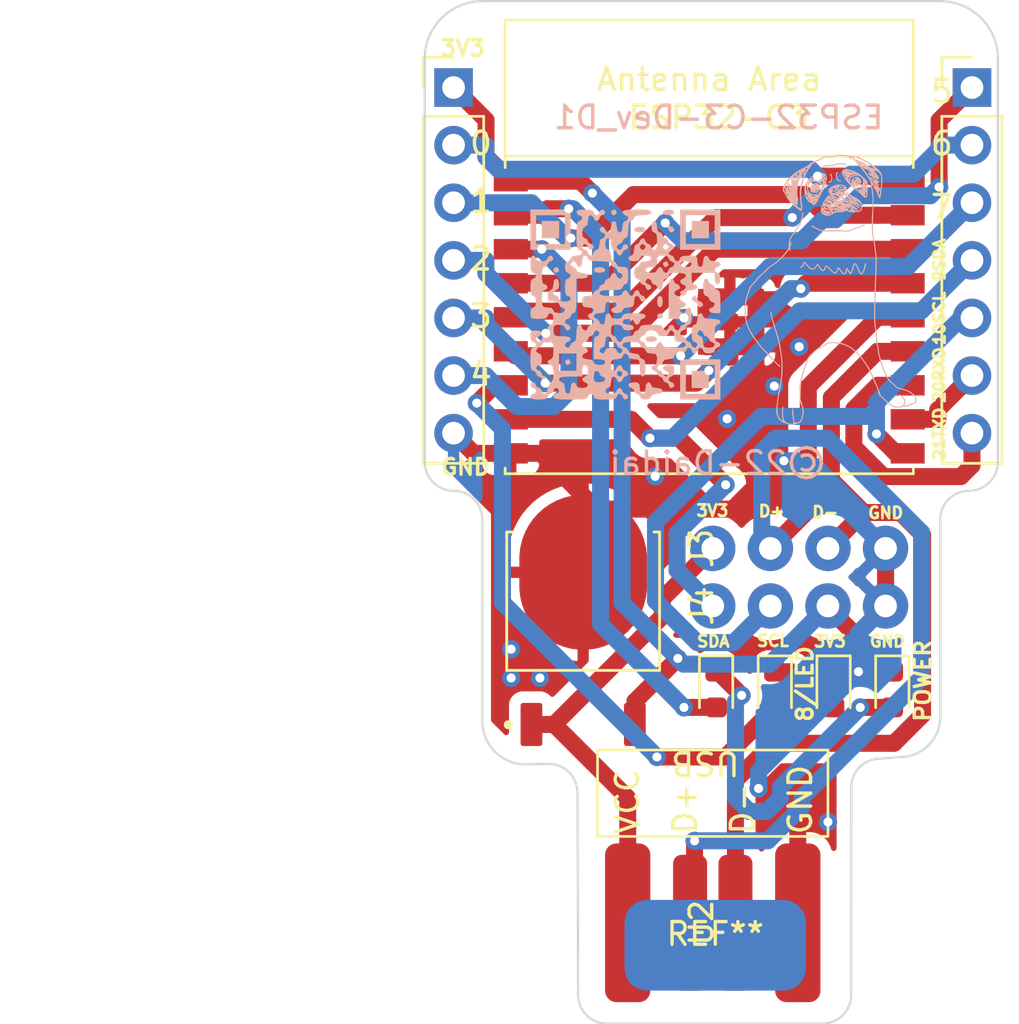
<source format=kicad_pcb>
(kicad_pcb (version 20221018) (generator pcbnew)
  (layers (0 "F.Cu" signal) (31 "B.Cu" signal) (34 "B.Paste" user) (35 "F.Paste" user) (36 "B.SilkS" user "B.Silkscreen") (37 "F.SilkS" user "F.Silkscreen") (38 "B.Mask" user) (39 "F.Mask" user) (44 "Edge.Cuts" user))
  (net 0 "")
  (net 1 "+3.3V")
  (net 2 "Net-(J2-Pin_2)")
  (net 3 "Net-(J2-Pin_3)")
  (net 4 "Net-(J2-Pin_4)")
  (net 5 "Net-(J2-Pin_5)")
  (net 6 "Net-(J2-Pin_6)")
  (net 7 "Net-(D1-A)")
  (net 8 "Net-(D2-A)")
  (net 9 "GND")
  (net 10 "Net-(J3-Pin_1)")
  (net 11 "Net-(J3-Pin_2)")
  (net 12 "Net-(J1-Pin_7)")
  (net 13 "Net-(J1-Pin_6)")
  (net 14 "Net-(J1-Pin_5)")
  (net 15 "Net-(J1-Pin_4)")
  (net 16 "Net-(J1-Pin_3)")
  (net 17 "Net-(J1-Pin_2)")
  (net 18 "Net-(J1-Pin_1)")
  (net 19 "Net-(J3-Pin_3)")
  (net 20 "Net-(U1-EN{slash}CHIP_PU)")
  (net 21 "Net-(U1-GPIO8)")
  (footprint "1_My_CustomFootprints:PCB_USB_Connecter" (layer "F.Cu") (at 145.415 92.71 90)
    (fp_text reference "U2" (at 0 -0.5 90 unlocked) (layer "F.SilkS"))
    (fp_text value "~")
    (fp_text user "USB" (at 7.62 1.27 180 unlocked) (layer "F.SilkS") (effects (justify left bottom)))
    (fp_text user "GND" (at 3.81 4.445 90 unlocked) (layer "F.SilkS") (effects (justify left bottom)))
    (fp_text user "D+" (at 3.81 -0.635 90 unlocked) (layer "F.SilkS") (effects (justify left bottom)))
    (fp_text user "VCC" (at 3.81 -3.175 90 unlocked) (layer "F.SilkS") (effects (justify left bottom)))
    (fp_text user "D-" (at 3.81 1.905 90 unlocked) (layer "F.SilkS") (effects (justify left bottom)))
    (pad "1" smd roundrect (at 0 -3.75 90) (size 7 2) (layers "F.Cu" "F.Paste" "F.Mask") (net 10 "Net-(J3-Pin_1)"))
    (pad "2" smd roundrect (at 0 -1 90) (size 6 1.5) (layers "F.Cu" "F.Paste" "F.Mask") (net 11 "Net-(J3-Pin_2)"))
    (pad "3" smd roundrect (at 0 1 90) (size 6 1.5) (layers "F.Cu" "F.Paste" "F.Mask") (net 19 "Net-(J3-Pin_3)"))
    (pad "4" smd roundrect (at 0 3.75 90) (size 7 2) (layers "F.Cu" "F.Paste" "F.Mask") (net 9 "GND"))
  )
  (footprint "1_My_CustomFootprints:Conn_Pin_1x4" (layer "F.Cu") (at 145.415 78.74 90)
    (fp_text reference "J4" (at 0 -0.5 90 unlocked) (layer "F.SilkS"))
    (fp_text value "Conn_01x04_Pin" hide)
    (pad "1" thru_hole circle (at 0 0 90) (size 2 2) (drill 1) (layers "*.Cu" "*.Mask") (net 15 "Net-(J1-Pin_4)"))
    (pad "2" thru_hole circle (at 0 2.54 90) (size 2 2) (drill 1) (layers "*.Cu" "*.Mask") (net 14 "Net-(J1-Pin_5)"))
    (pad "3" thru_hole circle (at 0 5.08 90) (size 2 2) (drill 1) (layers "*.Cu" "*.Mask") (net 1 "+3.3V"))
    (pad "4" thru_hole circle (at 0 7.62 90) (size 2 2) (drill 1) (layers "*.Cu" "*.Mask") (net 9 "GND"))
  )
  (footprint "Espressif:ESP32-C3-WROOM-02" (layer "F.Cu") (at 145.26 65.91)
    (fp_text reference "U1" hide)
    (fp_text value "ESP32-C3-WROOM-02" hide)
    (fp_text user "Antenna Area" (at 0 -10.4) (layer "F.SilkS"))
    (pad "1" smd rect (at -8.75 -5.9) (size 1.5 0.9) (layers "F.Cu" "F.Paste" "F.Mask") (net 1 "+3.3V"))
    (pad "2" smd rect (at -8.75 -4.4) (size 1.5 0.9) (layers "F.Cu" "F.Paste" "F.Mask") (net 20 "Net-(U1-EN{slash}CHIP_PU)"))
    (pad "3" smd rect (at -8.75 -2.9) (size 1.5 0.9) (layers "F.Cu" "F.Paste" "F.Mask") (net 6 "Net-(J2-Pin_6)"))
    (pad "4" smd rect (at -8.75 -1.4) (size 1.5 0.9) (layers "F.Cu" "F.Paste" "F.Mask") (net 18 "Net-(J1-Pin_1)"))
    (pad "5" smd rect (at -8.75 0.1) (size 1.5 0.9) (layers "F.Cu" "F.Paste" "F.Mask") (net 17 "Net-(J1-Pin_2)"))
    (pad "6" smd rect (at -8.75 1.6) (size 1.5 0.9) (layers "F.Cu" "F.Paste" "F.Mask") (net 16 "Net-(J1-Pin_3)"))
    (pad "7" smd rect (at -8.75 3.1) (size 1.5 0.9) (layers "F.Cu" "F.Paste" "F.Mask") (net 21 "Net-(U1-GPIO8)"))
    (pad "8" smd rect (at -8.75 4.6) (size 1.5 0.9) (layers "F.Cu" "F.Paste" "F.Mask") (net 15 "Net-(J1-Pin_4)"))
    (pad "9" smd rect (at -8.75 6.1) (size 1.5 0.9) (layers "F.Cu" "F.Paste" "F.Mask") (net 9 "GND"))
    (pad "10" smd rect (at 8.75 6.1 180) (size 1.5 0.9) (layers "F.Cu" "F.Paste" "F.Mask") (net 14 "Net-(J1-Pin_5)"))
    (pad "11" smd rect (at 8.75 4.6 180) (size 1.5 0.9) (layers "F.Cu" "F.Paste" "F.Mask") (net 13 "Net-(J1-Pin_6)"))
    (pad "12" smd rect (at 8.75 3.1 180) (size 1.5 0.9) (layers "F.Cu" "F.Paste" "F.Mask") (net 12 "Net-(J1-Pin_7)"))
    (pad "13" smd rect (at 8.75 1.6 180) (size 1.5 0.9) (layers "F.Cu" "F.Paste" "F.Mask") (net 19 "Net-(J3-Pin_3)"))
    (pad "14" smd rect (at 8.75 0.1 180) (size 1.5 0.9) (layers "F.Cu" "F.Paste" "F.Mask") (net 11 "Net-(J3-Pin_2)"))
    (pad "15" smd rect (at 8.75 -1.4 180) (size 1.5 0.9) (layers "F.Cu" "F.Paste" "F.Mask") (net 5 "Net-(J2-Pin_5)"))
    (pad "16" smd rect (at 8.75 -2.9 180) (size 1.5 0.9) (layers "F.Cu" "F.Paste" "F.Mask") (net 4 "Net-(J2-Pin_4)"))
    (pad "17" smd rect (at 8.75 -4.4 180) (size 1.5 0.9) (layers "F.Cu" "F.Paste" "F.Mask") (net 3 "Net-(J2-Pin_3)"))
    (pad "18" smd rect (at 8.75 -5.9 180) (size 1.5 0.9) (layers "F.Cu" "F.Paste" "F.Mask") (net 2 "Net-(J2-Pin_2)"))
    (pad "19" smd rect (at -0.14 -0.8 180) (size 0.7 0.7) (layers "F.Cu" "F.Paste" "F.Mask") (net 9 "GND"))
    (pad "19" smd rect (at -0.14 0.3 180) (size 0.7 0.7) (layers "F.Cu" "F.Paste" "F.Mask") (net 9 "GND"))
    (pad "19" smd rect (at -0.14 1.4 180) (size 0.7 0.7) (layers "F.Cu" "F.Paste" "F.Mask") (net 9 "GND"))
    (pad "19" smd rect (at 0.91 -0.8 180) (size 0.7 0.7) (layers "F.Cu" "F.Paste" "F.Mask") (net 9 "GND"))
    (pad "19" smd rect (at 0.91 0.3 180) (size 0.7 0.7) (layers "F.Cu" "F.Paste" "F.Mask") (net 9 "GND"))
    (pad "19" smd rect (at 0.91 1.4 180) (size 0.7 0.7) (layers "F.Cu" "F.Paste" "F.Mask") (net 9 "GND"))
    (pad "19" smd rect (at 2.06 -0.8 180) (size 0.7 0.7) (layers "F.Cu" "F.Paste" "F.Mask") (net 9 "GND"))
    (pad "19" smd rect (at 2.06 0.3 180) (size 0.7 0.7) (layers "F.Cu" "F.Paste" "F.Mask") (net 9 "GND"))
    (pad "19" smd rect (at 2.06 1.4 180) (size 0.7 0.7) (layers "F.Cu" "F.Paste" "F.Mask") (net 9 "GND"))
    (zone (net 0) (net_name "") (layers "*.Cu") (name "antenna keepout") (connect_pads (clearance 0)) (min_thickness 0.254)
      (keepout (tracks not_allowed) (vias not_allowed) (pads not_allowed) (copperpour not_allowed) (footprints not_allowed))
      (fill (thermal_gap 0.508) (thermal_bridge_width 0.508))
      (polygon (pts (xy 154.26 58.91) (xy 136.26 58.91) (xy 136.26 52.91) (xy 154.26 52.91)))
    )
  )
  (footprint "MyLogos:Apo15x15" (layer "F.Cu") (at 150.495 65.405)
    (fp_text reference "G***" hide)
    (fp_text value "LOGO" hide)
  )
  (footprint "MyLogos:myQR" (layer "F.Cu") (at 141.605 65.405)
    (fp_text reference " " hide)
    (fp_text value "LOGO" hide)
  )
  (footprint "1_My_CustomFootprints:DPAK228P968X238-4N" (layer "F.Cu") (at 139.7 79.375)
    (fp_text reference "U3" hide)
    (fp_text value "NJM2845DL1-33-TE1" hide)
    (pad "1" smd roundrect (at -2.28 4.59 90) (size 1.9 0.96) (layers "F.Cu" "F.Paste" "F.Mask") (roundrect_rratio 0.12) (net 10 "Net-(J3-Pin_1)"))
    (pad "2" smd roundrect (at 0 -2.12 90) (size 6.84 5.63) (layers "F.Cu" "F.Mask") (roundrect_rratio 0.5) (net 9 "GND"))
    (pad "3" smd roundrect (at 2.28 4.59 90) (size 1.9 0.96) (layers "F.Cu" "F.Paste" "F.Mask") (roundrect_rratio 0.12) (net 1 "+3.3V"))
  )
  (footprint "LED_SMD:LED_0603_1608Metric" (layer "F.Cu") (at 150.7425 82.425 -90)
    (fp_text reference "D2" hide)
    (fp_text value "LED")
    (pad "1" smd roundrect (at -0.7875 0 270) (size 0.875 0.95) (layers "F.Cu" "F.Paste" "F.Mask") (net 9 "GND"))
    (pad "2" smd roundrect (at 0.7875 0 270) (size 0.875 0.95) (layers "F.Cu" "F.Paste" "F.Mask") (net 8 "Net-(D2-A)"))
  )
  (footprint "LED_SMD:LED_0603_1608Metric" (layer "F.Cu") (at 153.3325 82.425 -90)
    (fp_text reference "D1" hide)
    (fp_text value "LED")
    (pad "1" smd roundrect (at -0.7875 0 270) (size 0.875 0.95) (layers "F.Cu" "F.Paste" "F.Mask") (net 1 "+3.3V"))
    (pad "2" smd roundrect (at 0.7875 0 270) (size 0.875 0.95) (layers "F.Cu" "F.Paste" "F.Mask") (net 7 "Net-(D1-A)"))
  )
  (footprint "Connector_PinHeader_2.54mm:PinHeader_1x07_P2.54mm_Vertical" (layer "F.Cu") (at 133.985 55.88)
    (fp_text reference "J2" hide)
    (fp_text value "Conn_01x07_Pin")
    (pad "1" thru_hole rect (at 0 0) (size 1.7 1.7) (drill 1) (layers "*.Cu" "*.Mask") (net 1 "+3.3V"))
    (pad "2" thru_hole oval (at 0 2.54) (size 1.7 1.7) (drill 1) (layers "*.Cu" "*.Mask") (net 2 "Net-(J2-Pin_2)"))
    (pad "3" thru_hole oval (at 0 5.08) (size 1.7 1.7) (drill 1) (layers "*.Cu" "*.Mask") (net 3 "Net-(J2-Pin_3)"))
    (pad "4" thru_hole oval (at 0 7.62) (size 1.7 1.7) (drill 1) (layers "*.Cu" "*.Mask") (net 4 "Net-(J2-Pin_4)"))
    (pad "5" thru_hole oval (at 0 10.16) (size 1.7 1.7) (drill 1) (layers "*.Cu" "*.Mask") (net 5 "Net-(J2-Pin_5)"))
    (pad "6" thru_hole oval (at 0 12.7) (size 1.7 1.7) (drill 1) (layers "*.Cu" "*.Mask") (net 6 "Net-(J2-Pin_6)"))
    (pad "7" thru_hole oval (at 0 15.24) (size 1.7 1.7) (drill 1) (layers "*.Cu" "*.Mask") (net 9 "GND"))
  )
  (footprint "1_My_CustomFootprints:BackUp" (layer "F.Cu") (at 145.525 93.7)
    (fp_text reference "REF**" (at 0 -0.5 unlocked) (layer "F.SilkS"))
    (fp_text value "BackUp")
    (pad "1" smd roundrect (at 0 0) (size 8 4) (layers "B.Cu" "B.Paste" "B.Mask"))
  )
  (footprint "Connector_PinHeader_2.54mm:PinHeader_1x07_P2.54mm_Vertical" (layer "F.Cu") (at 156.845 55.88)
    (fp_text reference "J1" hide)
    (fp_text value "Conn_01x07_Pin" hide)
    (pad "1" thru_hole rect (at 0 0) (size 1.7 1.7) (drill 1) (layers "*.Cu" "*.Mask") (net 18 "Net-(J1-Pin_1)"))
    (pad "2" thru_hole oval (at 0 2.54) (size 1.7 1.7) (drill 1) (layers "*.Cu" "*.Mask") (net 17 "Net-(J1-Pin_2)"))
    (pad "3" thru_hole oval (at 0 5.08) (size 1.7 1.7) (drill 1) (layers "*.Cu" "*.Mask") (net 16 "Net-(J1-Pin_3)"))
    (pad "4" thru_hole oval (at 0 7.62) (size 1.7 1.7) (drill 1) (layers "*.Cu" "*.Mask") (net 15 "Net-(J1-Pin_4)"))
    (pad "5" thru_hole oval (at 0 10.16) (size 1.7 1.7) (drill 1) (layers "*.Cu" "*.Mask") (net 14 "Net-(J1-Pin_5)"))
    (pad "6" thru_hole oval (at 0 12.7) (size 1.7 1.7) (drill 1) (layers "*.Cu" "*.Mask") (net 13 "Net-(J1-Pin_6)"))
    (pad "7" thru_hole oval (at 0 15.24) (size 1.7 1.7) (drill 1) (layers "*.Cu" "*.Mask") (net 12 "Net-(J1-Pin_7)"))
  )
  (footprint "1_My_CustomFootprints:1608Metric" (layer "F.Cu") (at 145.5625 82.425 -90)
    (fp_text reference "U6" hide)
    (fp_text value "~")
    (pad "1" smd roundrect (at -0.7875 0 270) (size 0.875 0.95) (layers "F.Cu" "F.Paste" "F.Mask") (net 7 "Net-(D1-A)"))
    (pad "2" smd roundrect (at 0.7875 0 270) (size 0.875 0.95) (layers "F.Cu" "F.Paste" "F.Mask") (net 20 "Net-(U1-EN{slash}CHIP_PU)"))
  )
  (footprint "1_My_CustomFootprints:1608Metric" (layer "F.Cu") (at 148.1525 82.425 -90)
    (fp_text reference "U4" hide)
    (fp_text value "~")
    (pad "1" smd roundrect (at -0.7875 0 270) (size 0.875 0.95) (layers "F.Cu" "F.Paste" "F.Mask") (net 8 "Net-(D2-A)"))
    (pad "2" smd roundrect (at 0.7875 0 270) (size 0.875 0.95) (layers "F.Cu" "F.Paste" "F.Mask") (net 21 "Net-(U1-GPIO8)"))
  )
  (footprint "1_My_CustomFootprints:Conn_Pin_1x4" (layer "F.Cu") (at 145.415 76.2 90)
    (fp_text reference "J3" (at 0 -0.5 90 unlocked) (layer "F.SilkS"))
    (fp_text value "Conn_01x04_Pin" hide)
    (pad "1" thru_hole circle (at 0 0 90) (size 2 2) (drill 1) (layers "*.Cu" "*.Mask") (net 10 "Net-(J3-Pin_1)"))
    (pad "2" thru_hole circle (at 0 2.54 90) (size 2 2) (drill 1) (layers "*.Cu" "*.Mask") (net 11 "Net-(J3-Pin_2)"))
    (pad "3" thru_hole circle (at 0 5.08 90) (size 2 2) (drill 1) (layers "*.Cu" "*.Mask") (net 19 "Net-(J3-Pin_3)"))
    (pad "4" thru_hole circle (at 0 7.62 90) (size 2 2) (drill 1) (layers "*.Cu" "*.Mask") (net 9 "GND"))
  )
  (gr_arc (start 157.988 72.39) (mid 157.616026 73.288026) (end 156.718 73.66) (stroke (width 0.1)) (layer "Edge.Cuts"))
  (gr_line (start 132.715 72.39) (end 132.715 54.61) (stroke (width 0.1)) (layer "Edge.Cuts"))
  (gr_line (start 150.25 97.155) (end 140.75 97.155) (stroke (width 0.1)) (layer "Edge.Cuts"))
  (gr_arc (start 151.525001 86.73) (mid 151.889344 85.84288) (end 152.775 85.474991) (stroke (width 0.1)) (layer "Edge.Cuts"))
  (gr_line (start 155.448 74.93) (end 155.448 83.625) (stroke (width 0.1)) (layer "Edge.Cuts"))
  (gr_arc (start 155.448 83.625) (mid 154.927236 84.882236) (end 153.67 85.403) (stroke (width 0.1)) (layer "Edge.Cuts"))
  (gr_line (start 157.988 54.61) (end 157.988 72.39) (stroke (width 0.1)) (layer "Edge.Cuts"))
  (gr_line (start 135.255 52.07) (end 155.448 52.07) (stroke (width 0.1)) (layer "Edge.Cuts"))
  (gr_line (start 151.525001 86.73) (end 151.52 95.885) (stroke (width 0.1)) (layer "Edge.Cuts"))
  (gr_arc (start 155.448 74.93) (mid 155.819974 74.031974) (end 156.718 73.66) (stroke (width 0.1)) (layer "Edge.Cuts"))
  (gr_arc (start 138.175 85.699755) (mid 139.08553 86.082148) (end 139.45 87) (stroke (width 0.1)) (layer "Edge.Cuts"))
  (gr_line (start 138.175 85.699755) (end 137.16 85.725) (stroke (width 0.1)) (layer "Edge.Cuts"))
  (gr_line (start 139.48 95.885) (end 139.45 87) (stroke (width 0.1)) (layer "Edge.Cuts"))
  (gr_line (start 135.255 74.93) (end 135.255 83.82) (stroke (width 0.1)) (layer "Edge.Cuts"))
  (gr_arc (start 137.16 85.725) (mid 135.812962 85.167038) (end 135.255 83.82) (stroke (width 0.1)) (layer "Edge.Cuts"))
  (gr_arc (start 132.715 54.61) (mid 133.458949 52.813949) (end 135.255 52.07) (stroke (width 0.1)) (layer "Edge.Cuts"))
  (gr_arc (start 155.448 52.07) (mid 157.244051 52.813949) (end 157.988 54.61) (stroke (width 0.1)) (layer "Edge.Cuts"))
  (gr_arc (start 140.75 97.155) (mid 139.851974 96.783026) (end 139.48 95.885) (stroke (width 0.1)) (layer "Edge.Cuts"))
  (gr_arc (start 133.985 73.66) (mid 134.883026 74.031974) (end 135.255 74.93) (stroke (width 0.1)) (layer "Edge.Cuts"))
  (gr_arc (start 133.985 73.66) (mid 133.086974 73.288026) (end 132.715 72.39) (stroke (width 0.1)) (layer "Edge.Cuts"))
  (gr_line (start 153.67 85.403) (end 152.775 85.474991) (stroke (width 0.1)) (layer "Edge.Cuts"))
  (gr_arc (start 151.52 95.885) (mid 151.148026 96.783026) (end 150.25 97.155) (stroke (width 0.1)) (layer "Edge.Cuts"))
  (gr_text "©22-Daidai" (at 150.495 73.025) (layer "B.SilkS") (effects (font (size 1 1)) (justify left bottom mirror)))
  (gr_text "ESP32-C3-Dev_D1\n" (at 153.035 57.785) (layer "B.SilkS") (effects (font (size 1 1)) (justify left bottom mirror)))
  (gr_text "9SDA" (at 155.702 64.516 90) (layer "F.SilkS") (effects (font (size 0.5 0.5) (thickness 0.125)) (justify left bottom)))
  (gr_text "ESP32-C3" (at 141.605 57.785) (layer "F.SilkS") (effects (font (size 1 1)) (justify left bottom)))
  (gr_text "D-" (at 149.733 74.9046) (layer "F.SilkS") (effects (font (size 0.5 0.5) (thickness 0.125)) (justify left bottom)))
  (gr_text "3" (at 134.62 66.548) (layer "F.SilkS") (effects (font (size 1 1)) (justify left bottom)))
  (gr_text "3V3" (at 144.6276 74.8284) (layer "F.SilkS") (effects (font (size 0.5 0.5) (thickness 0.125)) (justify left bottom)))
  (gr_text "10SCL" (at 155.702 67.31 90) (layer "F.SilkS") (effects (font (size 0.5 0.5) (thickness 0.125)) (justify left bottom)))
  (gr_text "20RXD" (at 155.702 69.85 90) (layer "F.SilkS") (effects (font (size 0.5 0.5) (thickness 0.125)) (justify left bottom)))
  (gr_text "GND" (at 152.1968 74.93) (layer "F.SilkS") (effects (font (size 0.5 0.5) (thickness 0.125)) (justify left bottom)))
  (gr_text "GND" (at 133.35 73.025) (layer "F.SilkS") (effects (font (size 0.7 0.7)) (justify left bottom)))
  (gr_text "5" (at 154.94 56.642) (layer "F.SilkS") (effects (font (size 1 1)) (justify left bottom)))
  (gr_text "SCL" (at 147.2946 80.5688) (layer "F.SilkS") (effects (font (size 0.5 0.5) (thickness 0.125)) (justify left bottom)))
  (gr_text "2" (at 134.62 64.008) (layer "F.SilkS") (effects (font (size 1 1)) (justify left bottom)))
  (gr_text "4" (at 134.62 69.088) (layer "F.SilkS") (effects (font (size 1 1)) (justify left bottom)))
  (gr_text "SDA" (at 144.653 80.5942) (layer "F.SilkS") (effects (font (size 0.5 0.5) (thickness 0.125)) (justify left bottom)))
  (gr_text "7" (at 154.94 61.722) (layer "F.SilkS") (effects (font (size 1 1)) (justify left bottom)))
  (gr_text "6" (at 154.94 58.928) (layer "F.SilkS") (effects (font (size 1 1)) (justify left bottom)))
  (gr_text "3V3" (at 133.32 54.55) (layer "F.SilkS") (effects (font (size 0.7 0.7)) (justify left bottom)))
  (gr_text "GND" (at 152.273 80.5942) (layer "F.SilkS") (effects (font (size 0.5 0.5) (thickness 0.125)) (justify left bottom)))
  (gr_text "21TXD" (at 155.702 72.39 90) (layer "F.SilkS") (effects (font (size 0.5 0.5) (thickness 0.125)) (justify left bottom)))
  (gr_text "1\n" (at 134.62 61.468) (layer "F.SilkS") (effects (font (size 1 1)) (justify left bottom)))
  (gr_text "3V3" (at 149.8092 80.5942) (layer "F.SilkS") (effects (font (size 0.5 0.5) (thickness 0.125)) (justify left bottom)))
  (gr_text "0" (at 134.62 58.928) (layer "F.SilkS") (effects (font (size 1 1)) (justify left bottom)))
  (gr_text "8/LED" (at 149.8854 83.9216 90) (layer "F.SilkS") (effects (font (size 0.7 0.7)) (justify left bottom)))
  (gr_text "D+" (at 147.3708 74.8538) (layer "F.SilkS") (effects (font (size 0.5 0.5) (thickness 0.125)) (justify left bottom)))
  (gr_text "POWER" (at 155.0924 83.9216 90) (layer "F.SilkS") (effects (font (size 0.7 0.7)) (justify left bottom)))
  (segment (start 137.8351 60.01) (end 139.5792 60.01) (width 0.75) (layer "F.Cu") (net 1))
  (segment (start 133.985 55.88) (end 135.4164 57.3114) (width 0.75) (layer "F.Cu") (net 1))
  (segment (start 141.98 83.965) (end 141.98 82.949) (width 0.75) (layer "F.Cu") (net 1))
  (segment (start 139.5792 60.01) (end 140.1061 60.5369) (width 0.75) (layer "F.Cu") (net 1))
  (segment (start 153.3325 81.6375) (end 150.495 78.8) (width 0.75) (layer "F.Cu") (net 1))
  (segment (start 136.51 60.01) (end 137.8351 60.01) (width 0.75) (layer "F.Cu") (net 1))
  (segment (start 150.495 78.8) (end 150.495 78.74) (width 0.75) (layer "F.Cu") (net 1))
  (segment (start 135.4164 58.9164) (end 136.51 60.01) (width 0.75) (layer "F.Cu") (net 1))
  (segment (start 141.98 82.949) (end 143.8763 81.0527) (width 0.75) (layer "F.Cu") (net 1))
  (segment (start 135.4164 57.3114) (end 135.4164 58.9164) (width 0.75) (layer "F.Cu") (net 1))
  (via (at 140.1061 60.5369) (size 0.8) (drill 0.4) (layers "F.Cu" "B.Cu") (net 1))
  (via (at 143.8763 81.0527) (size 0.8) (drill 0.4) (layers "F.Cu" "B.Cu") (net 1))
  (segment (start 140.1061 60.5369) (end 141.4178 61.8486) (width 0.75) (layer "B.Cu") (net 1))
  (segment (start 144.1274 81.3038) (end 143.8763 81.0527) (width 0.75) (layer "B.Cu") (net 1))
  (segment (start 141.4178 61.8486) (end 141.4178 78.5942) (width 0.75) (layer "B.Cu") (net 1))
  (segment (start 150.495 78.74) (end 147.9312 81.3038) (width 0.75) (layer "B.Cu") (net 1))
  (segment (start 147.9312 81.3038) (end 144.1274 81.3038) (width 0.75) (layer "B.Cu") (net 1))
  (segment (start 141.4178 78.5942) (end 143.8763 81.0527) (width 0.75) (layer "B.Cu") (net 1))
  (segment (start 152.6849 60.01) (end 152.4606 59.7857) (width 0.75) (layer "F.Cu") (net 2))
  (segment (start 154.01 60.01) (end 152.6849 60.01) (width 0.75) (layer "F.Cu") (net 2))
  (segment (start 152.4606 59.7857) (end 150.0354 59.7857) (width 0.75) (layer "F.Cu") (net 2))
  (via (at 150.0354 59.7857) (size 0.8) (drill 0.4) (layers "F.Cu" "B.Cu") (net 2))
  (segment (start 149.7349 59.4852) (end 150.0354 59.7857) (width 0.75) (layer "B.Cu") (net 2))
  (segment (start 135.4101 58.42) (end 135.4101 58.9492) (width 0.75) (layer "B.Cu") (net 2))
  (segment (start 135.4101 58.9492) (end 135.9461 59.4852) (width 0.75) (layer "B.Cu") (net 2))
  (segment (start 135.9461 59.4852) (end 149.7349 59.4852) (width 0.75) (layer "B.Cu") (net 2))
  (segment (start 133.985 58.42) (end 135.4101 58.42) (width 0.75) (layer "B.Cu") (net 2))
  (segment (start 150.3808 61.51) (end 149.4702 60.5994) (width 0.75) (layer "F.Cu") (net 3))
  (segment (start 149.4702 60.5994) (end 141.9199 60.5994) (width 0.75) (layer "F.Cu") (net 3))
  (segment (start 152.6849 61.51) (end 150.3808 61.51) (width 0.75) (layer "F.Cu") (net 3))
  (segment (start 154.01 61.51) (end 152.6849 61.51) (width 0.75) (layer "F.Cu") (net 3))
  (segment (start 139.9978 62.5215) (end 139.1581 62.5215) (width 0.75) (layer "F.Cu") (net 3))
  (segment (start 141.9199 60.5994) (end 139.9978 62.5215) (width 0.75) (layer "F.Cu") (net 3))
  (via (at 139.1581 62.5215) (size 0.8) (drill 0.4) (layers "F.Cu" "B.Cu") (net 3))
  (segment (start 137.4192 60.96) (end 138.9807 62.5215) (width 0.75) (layer "B.Cu") (net 3))
  (segment (start 138.9807 62.5215) (end 139.1581 62.5215) (width 0.75) (layer "B.Cu") (net 3))
  (segment (start 133.985 60.96) (end 137.4192 60.96) (width 0.75) (layer "B.Cu") (net 3))
  (segment (start 141.7916 66.7151) (end 138.0511 66.7151) (width 0.75) (layer "F.Cu") (net 4))
  (segment (start 152.6849 63.01) (end 145.4967 63.01) (width 0.75) (layer "F.Cu") (net 4))
  (segment (start 145.4967 63.01) (end 141.7916 66.7151) (width 0.75) (layer "F.Cu") (net 4))
  (segment (start 154.01 63.01) (end 152.6849 63.01) (width 0.75) (layer "F.Cu") (net 4))
  (via (at 138.0511 66.7151) (size 0.8) (drill 0.4) (layers "F.Cu" "B.Cu") (net 4))
  (segment (start 135.4101 63.5) (end 135.4101 64.0741) (width 0.75) (layer "B.Cu") (net 4))
  (segment (start 135.4101 64.0741) (end 138.0511 66.7151) (width 0.75) (layer "B.Cu") (net 4))
  (segment (start 133.985 63.5) (end 135.4101 63.5) (width 0.75) (layer "B.Cu") (net 4))
  (segment (start 149.5371 64.51) (end 149.2982 64.7489) (width 0.75) (layer "F.Cu") (net 5))
  (segment (start 144.6864 68.9138) (end 145.2444 68.3558) (width 0.75) (layer "F.Cu") (net 5))
  (segment (start 138.0246 68.9138) (end 144.6864 68.9138) (width 0.75) (layer "F.Cu") (net 5))
  (segment (start 154.01 64.51) (end 149.5371 64.51) (width 0.75) (layer "F.Cu") (net 5))
  (via (at 149.2982 64.7489) (size 0.8) (drill 0.4) (layers "F.Cu" "B.Cu") (net 5))
  (via (at 145.2444 68.3558) (size 0.8) (drill 0.4) (layers "F.Cu" "B.Cu") (net 5))
  (via (at 138.0246 68.9138) (size 0.8) (drill 0.4) (layers "F.Cu" "B.Cu") (net 5))
  (segment (start 133.985 66.04) (end 135.4101 66.04) (width 0.75) (layer "B.Cu") (net 5))
  (segment (start 135.4101 66.2993) (end 135.4101 66.04) (width 0.75) (layer "B.Cu") (net 5))
  (segment (start 149.2982 64.7489) (end 148.8513 64.7489) (width 0.75) (layer "B.Cu") (net 5))
  (segment (start 138.0246 68.9138) (end 135.4101 66.2993) (width 0.75) (layer "B.Cu") (net 5))
  (segment (start 148.8513 64.7489) (end 145.2444 68.3558) (width 0.75) (layer "B.Cu") (net 5))
  (segment (start 136.51 63.01) (end 137.8351 63.01) (width 0.75) (layer "F.Cu") (net 6))
  (segment (start 137.8351 63.01) (end 137.874 63.01) (width 0.75) (layer "F.Cu") (net 6))
  (via (at 137.874 63.01) (size 0.8) (drill 0.4) (layers "F.Cu" "B.Cu") (net 6))
  (segment (start 137.874 63.01) (end 139.0726 64.2086) (width 0.75) (layer "B.Cu") (net 6))
  (segment (start 138.417 69.9461) (end 136.7762 69.9461) (width 0.75) (layer "B.Cu") (net 6))
  (segment (start 139.0726 69.2905) (end 138.417 69.9461) (width 0.75) (layer "B.Cu") (net 6))
  (segment (start 139.0726 64.2086) (end 139.0726 69.2905) (width 0.75) (layer "B.Cu") (net 6))
  (segment (start 136.7762 69.9461) (end 135.4101 68.58) (width 0.75) (layer "B.Cu") (net 6))
  (segment (start 133.985 68.58) (end 135.4101 68.58) (width 0.75) (layer "B.Cu") (net 6))
  (segment (start 145.6435 81.6375) (end 145.5625 81.6375) (width 0.75) (layer "F.Cu") (net 7))
  (segment (start 153.3325 83.2125) (end 151.9163 83.2125) (width 0.75) (layer "F.Cu") (net 7))
  (segment (start 146.6864 82.6804) (end 145.6435 81.6375) (width 0.75) (layer "F.Cu") (net 7))
  (via (at 151.9163 83.2125) (size 0.8) (drill 0.4) (layers "F.Cu" "B.Cu") (net 7))
  (via (at 146.6864 82.6804) (size 0.8) (drill 0.4) (layers "F.Cu" "B.Cu") (net 7))
  (segment (start 147.0276 87.8026) (end 147.7955 87.8026) (width 0.75) (layer "B.Cu") (net 7))
  (segment (start 148.4085 87.1896) (end 148.4085 86.7203) (width 0.75) (layer "B.Cu") (net 7))
  (segment (start 146.4163 87.1913) (end 147.0276 87.8026) (width 0.75) (layer "B.Cu") (net 7))
  (segment (start 148.4085 86.7203) (end 151.9163 83.2125) (width 0.75) (layer "B.Cu") (net 7))
  (segment (start 146.4163 82.9505) (end 146.4163 87.1913) (width 0.75) (layer "B.Cu") (net 7))
  (segment (start 146.6864 82.6804) (end 146.4163 82.9505) (width 0.75) (layer "B.Cu") (net 7))
  (segment (start 147.7955 87.8026) (end 148.4085 87.1896) (width 0.75) (layer "B.Cu") (net 7))
  (segment (start 148.8781 81.6375) (end 148.1525 81.6375) (width 0.75) (layer "F.Cu") (net 8))
  (segment (start 150.7425 83.2125) (end 150.4531 83.2125) (width 0.75) (layer "F.Cu") (net 8))
  (segment (start 150.4531 83.2125) (end 148.8781 81.6375) (width 0.75) (layer "F.Cu") (net 8))
  (segment (start 147.32 67.31) (end 147.32 66.21) (width 0.75) (layer "F.Cu") (net 9))
  (segment (start 148.3344 69.2495) (end 148.3344 72.3364) (width 0.75) (layer "F.Cu") (net 9))
  (segment (start 150.7425 81.6375) (end 151.8402 81.6375) (width 0.75) (layer "F.Cu") (net 9))
  (segment (start 140.3308 74.4692) (end 146.2925 74.4692) (width 0.75) (layer "F.Cu") (net 9))
  (segment (start 145.12 65.5725) (end 145.12 66.0351) (width 0.75) (layer "F.Cu") (net 9))
  (segment (start 146.17 67.7725) (end 146.0451 67.6476) (width 0.75) (layer "F.Cu") (net 9))
  (segment (start 146.0451 67.6476) (end 146.0451 67.31) (width 0.75) (layer "F.Cu") (net 9))
  (segment (start 149.165 88.5173) (end 149.165 92.71) (width 0.75) (layer "F.Cu") (net 9))
  (segment (start 147.4334 86.7857) (end 149.165 88.5173) (width 0.75) (layer "F.Cu") (net 9))
  (segment (start 145.12 65.5725) (end 145.2449 65.4476) (width 0.75) (layer "F.Cu") (net 9))
  (segment (start 145.12 65.11) (end 145.12 65.5725) (width 0.75) (layer "F.Cu") (net 9))
  (segment (start 146.2925 74.4692) (end 148.3344 72.4273) (width 0.75) (layer "F.Cu") (net 9))
  (segment (start 153.035 78.74) (end 153.035 76.2) (width 0.75) (layer "F.Cu") (net 9))
  (segment (start 139.7 77.255) (end 139.7 75.1) (width 0.75) (layer "F.Cu") (net 9))
  (segment (start 147.32 68.2351) (end 148.12745 69.04255) (width 0.75) (layer "F.Cu") (net 9))
  (segment (start 148.3344 72.4273) (end 148.3344 72.3364) (width 0.75) (layer "F.Cu") (net 9))
  (segment (start 147.32 66.21) (end 147.32 65.11) (width 0.75) (layer "F.Cu") (net 9))
  (segment (start 136.51 72.01) (end 134.875 72.01) (width 0.75) (layer "F.Cu") (net 9))
  (segment (start 136.51 72.01) (end 137.8351 72.01) (width 0.75) (layer "F.Cu") (net 9))
  (segment (start 139.7 75.1) (end 140.3126 74.4874) (width 0.75) (layer "F.Cu") (net 9))
  (segment (start 148.3344 72.3364) (end 148.5522 72.3364) (width 0.75) (layer "F.Cu") (net 9))
  (segment (start 147.32 67.31) (end 147.0951 67.31) (width 0.75) (layer "F.Cu") (net 9))
  (segment (start 146.17 67.31) (end 146.17 67.7725) (width 0.75) (layer "F.Cu") (net 9))
  (segment (start 147.32 67.31) (end 147.32 68.2351) (width 0.75) (layer "F.Cu") (net 9))
  (segment (start 145.12 66.21) (end 145.2449 66.21) (width 0.75) (layer "F.Cu") (net 9))
  (segment (start 140.3126 74.4874) (end 140.3308 74.4692) (width 0.75) (layer "F.Cu") (net 9))
  (segment (start 146.17 65.11) (end 147.0951 65.11) (width 0.75) (layer "F.Cu") (net 9))
  (segment (start 147.32 65.11) (end 147.0951 65.11) (width 0.75) (layer "F.Cu") (net 9))
  (segment (start 148.12745 69.04255) (end 148.3344 69.2495) (width 0.75) (layer "F.Cu") (net 9))
  (segment (start 145.2449 65.4476) (end 145.2449 65.11) (width 0.75) (layer "F.Cu") (net 9))
  (segment (start 137.8351 72.01) (end 140.3126 74.4874) (width 0.75) (layer "F.Cu") (net 9))
  (segment (start 134.875 72.01) (end 133.985 71.12) (width 0.75) (layer "F.Cu") (net 9))
  (segment (start 145.12 66.21) (end 145.12 66.0351) (width 0.75) (layer "F.Cu") (net 9))
  (segment (start 145.12 67.31) (end 146.0451 67.31) (width 0.75) (layer "F.Cu") (net 9))
  (segment (start 146.17 65.11) (end 145.2449 65.11) (width 0.75) (layer "F.Cu") (net 9))
  (segment (start 146.17 66.21) (end 145.2449 66.21) (width 0.75) (layer "F.Cu") (net 9))
  (segment (start 146.17 67.31) (end 147.0951 67.31) (width 0.75) (layer "F.Cu") (net 9))
  (via (at 136.525 80.645) (size 0.8) (drill 0.4) (layers "F.Cu" "B.Cu") (net 9))
  (via (at 144.145 66.04) (size 0.8) (drill 0.4) (layers "F.Cu" "B.Cu") (net 9))
  (via (at 137.795 81.915) (size 0.8) (drill 0.4) (layers "F.Cu" "B.Cu") (net 9))
  (via (at 148.12745 69.04255) (size 0.8) (drill 0.4) (layers "F.Cu" "B.Cu") (net 9))
  (via (at 136.525 81.915) (size 0.8) (drill 0.4) (layers "F.Cu" "B.Cu") (net 9))
  (via (at 146.05 70.485) (size 0.8) (drill 0.4) (layers "F.Cu" "B.Cu") (net 9))
  (via (at 149.225 67.31) (size 0.8) (drill 0.4) (layers "F.Cu" "B.Cu") (net 9))
  (via (at 148.5522 72.3364) (size 0.8) (drill 0.4) (layers "F.Cu" "B.Cu") (net 9))
  (via (at 142.875 73.025) (size 0.8) (drill 0.4) (layers "F.Cu" "B.Cu") (net 9))
  (via (at 151.8402 81.6375) (size 0.8) (drill 0.4) (layers "F.Cu" "B.Cu") (net 9))
  (via (at 147.4334 86.7857) (size 0.8) (drill 0.4) (layers "F.Cu" "B.Cu") (net 9))
  (via (at 150.495 88.265) (size 0.8) (drill 0.4) (layers "F.Cu" "B.Cu") (net 9))
  (segment (start 151.8402 81.6375) (end 151.8402 79.9348) (width 0.75) (layer "B.Cu") (net 9))
  (segment (start 151.8402 81.6375) (end 147.4334 86.0443) (width 0.75) (layer "B.Cu") (net 9))
  (segment (start 151.8402 79.9348) (end 153.035 78.74) (width 0.75) (layer "B.Cu") (net 9))
  (segment (start 149.1714 72.3364) (end 148.5522 72.3364) (width 0.75) (layer "B.Cu") (net 9))
  (segment (start 147.4334 86.0443) (end 147.4334 86.7857) (width 0.75) (layer "B.Cu") (net 9))
  (segment (start 153.035 76.2) (end 149.1714 72.3364) (width 0.75) (layer "B.Cu") (net 9))
  (segment (start 137.42 83.965) (end 138.4246 83.965) (width 0.75) (layer "F.Cu") (net 10))
  (segment (start 141.665 87.2054) (end 141.665 92.71) (width 0.75) (layer "F.Cu") (net 10))
  (segment (start 138.4246 83.965) (end 141.665 87.2054) (width 0.75) (layer "F.Cu") (net 10))
  (segment (start 143.1887 79.2009) (end 143.1887 78.4263) (width 0.75) (layer "F.Cu") (net 10))
  (segment (start 138.4246 83.965) (end 143.1887 79.2009) (width 0.75) (layer "F.Cu") (net 10))
  (segment (start 143.1887 78.4263) (end 145.415 76.2) (width 0.75) (layer "F.Cu") (net 10))
  (segment (start 147.955 76.2) (end 149.627 74.528) (width 0.75) (layer "F.Cu") (net 11))
  (segment (start 154.01 66.01) (end 152.6849 66.01) (width 0.75) (layer "F.Cu") (net 11))
  (segment (start 149.627 74.528) (end 149.627 69.0679) (width 0.75) (layer "F.Cu") (net 11))
  (segment (start 149.627 69.0679) (end 152.6849 66.01) (width 0.75) (layer "F.Cu") (net 11))
  (segment (start 144.6114 92.5136) (end 144.6114 89.0947) (width 0.75) (layer "F.Cu") (net 11))
  (segment (start 144.415 92.71) (end 144.6114 92.5136) (width 0.75) (layer "F.Cu") (net 11))
  (via (at 144.6114 89.0947) (size 0.8) (drill 0.4) (layers "F.Cu" "B.Cu") (net 11))
  (segment (start 147.577 75.822) (end 147.955 76.2) (width 0.75) (layer "B.Cu") (net 11))
  (segment (start 148.1642 71.3418) (end 147.577 71.929) (width 0.75) (layer "B.Cu") (net 11))
  (segment (start 149.3586 87.5831) (end 149.3586 87.1683) (width 0.75) (layer "B.Cu") (net 11))
  (segment (start 147.8471 89.0946) (end 149.3586 87.5831) (width 0.75) (layer "B.Cu") (net 11))
  (segment (start 149.3586 87.1683) (end 154.6217 81.9052) (width 0.75) (layer "B.Cu") (net 11))
  (segment (start 144.6114 89.0947) (end 144.6114 89.0946) (width 0.75) (layer "B.Cu") (net 11))
  (segment (start 150.4678 71.3418) (end 148.1642 71.3418) (width 0.75) (layer "B.Cu") (net 11))
  (segment (start 147.577 71.929) (end 147.577 75.822) (width 0.75) (layer "B.Cu") (net 11))
  (segment (start 154.6217 81.9052) (end 154.6217 75.4957) (width 0.75) (layer "B.Cu") (net 11))
  (segment (start 144.6114 89.0946) (end 147.8471 89.0946) (width 0.75) (layer "B.Cu") (net 11))
  (segment (start 154.6217 75.4957) (end 150.4678 71.3418) (width 0.75) (layer "B.Cu") (net 11))
  (segment (start 156.845 71.12) (end 156.845 72.5451) (width 0.75) (layer "F.Cu") (net 12))
  (segment (start 151.6374 71.7246) (end 152.948 73.0352) (width 0.75) (layer "F.Cu") (net 12))
  (segment (start 152.6849 69.01) (end 151.6374 70.0575) (width 0.75) (layer "F.Cu") (net 12))
  (segment (start 151.6374 70.0575) (end 151.6374 71.7246) (width 0.75) (layer "F.Cu") (net 12))
  (segment (start 152.948 73.0352) (end 156.3549 73.0352) (width 0.75) (layer "F.Cu") (net 12))
  (segment (start 156.3549 73.0352) (end 156.845 72.5451) (width 0.75) (layer "F.Cu") (net 12))
  (segment (start 154.01 69.01) (end 152.6849 69.01) (width 0.75) (layer "F.Cu") (net 12))
  (segment (start 155.3351 70.0899) (end 156.845 68.58) (width 0.75) (layer "F.Cu") (net 13))
  (segment (start 154.01 70.51) (end 155.3351 70.51) (width 0.75) (layer "F.Cu") (net 13))
  (segment (start 155.3351 70.51) (end 155.3351 70.0899) (width 0.75) (layer "F.Cu") (net 13))
  (segment (start 152.6362 71.153) (end 153.4932 72.01) (width 0.75) (layer "F.Cu") (net 14))
  (segment (start 153.4932 72.01) (end 154.01 72.01) (width 0.75) (layer "F.Cu") (net 14))
  (via (at 152.6362 71.153) (size 0.8) (drill 0.4) (layers "F.Cu" "B.Cu") (net 14))
  (segment (start 156.845 66.04) (end 156.3702 66.04) (width 0.75) (layer "B.Cu") (net 14))
  (segment (start 147.5566 70.3805) (end 142.8897 75.0474) (width 0.75) (layer "B.Cu") (net 14))
  (segment (start 142.8897 78.5135) (end 144.7298 80.3536) (width 0.75) (layer "B.Cu") (net 14))
  (segment (start 142.8897 75.0474) (end 142.8897 78.5135) (width 0.75) (layer "B.Cu") (net 14))
  (segment (start 152.6362 70.3805) (end 152.6362 71.153) (width 0.75) (layer "B.Cu") (net 14))
  (segment (start 152.6362 70.3805) (end 147.5566 70.3805) (width 0.75) (layer "B.Cu") (net 14))
  (segment (start 144.7298 80.3536) (end 146.3414 80.3536) (width 0.75) (layer "B.Cu") (net 14))
  (segment (start 146.3414 80.3536) (end 147.955 78.74) (width 0.75) (layer "B.Cu") (net 14))
  (segment (start 152.6362 69.774) (end 152.6362 70.3805) (width 0.75) (layer "B.Cu") (net 14))
  (segment (start 156.3702 66.04) (end 152.6362 69.774) (width 0.75) (layer "B.Cu") (net 14))
  (segment (start 142.6443 71.3414) (end 143.9282 71.3414) (width 0.75) (layer "F.Cu") (net 15))
  (segment (start 136.51 70.51) (end 141.8129 70.51) (width 0.75) (layer "F.Cu") (net 15))
  (segment (start 143.9282 71.3414) (end 145.9827 73.3959) (width 0.75) (layer "F.Cu") (net 15))
  (segment (start 141.8129 70.51) (end 142.6443 71.3414) (width 0.75) (layer "F.Cu") (net 15))
  (via (at 142.6443 71.3414) (size 0.8) (drill 0.4) (layers "F.Cu" "B.Cu") (net 15))
  (via (at 145.9827 73.3959) (size 0.8) (drill 0.4) (layers "F.Cu" "B.Cu") (net 15))
  (segment (start 143.638 71.3414) (end 142.6443 71.3414) (width 0.75) (layer "B.Cu") (net 15))
  (segment (start 145.415 78.74) (end 143.8398 77.1648) (width 0.75) (layer "B.Cu") (net 15))
  (segment (start 156.845 63.5) (end 154.6209 65.7241) (width 0.75) (layer "B.Cu") (net 15))
  (segment (start 143.8398 77.1648) (end 143.8398 75.5388) (width 0.75) (layer "B.Cu") (net 15))
  (segment (start 154.6209 65.7241) (end 149.2553 65.7241) (width 0.75) (layer "B.Cu") (net 15))
  (segment (start 143.8398 75.5388) (end 145.9827 73.3959) (width 0.75) (layer "B.Cu") (net 15))
  (segment (start 149.2553 65.7241) (end 143.638 71.3414) (width 0.75) (layer "B.Cu") (net 15))
  (segment (start 136.7094 67.7094) (end 143.9985 67.7094) (width 0.75) (layer "F.Cu") (net 16))
  (segment (start 136.51 67.51) (end 136.7094 67.7094) (width 0.75) (layer "F.Cu") (net 16))
  (via (at 143.9985 67.7094) (size 0.8) (drill 0.4) (layers "F.Cu" "B.Cu") (net 16))
  (segment (start 147.9341 63.7738) (end 143.9985 67.7094) (width 0.75) (layer "B.Cu") (net 16))
  (segment (start 156.845 60.96) (end 154.0312 63.7738) (width 0.75) (layer "B.Cu") (net 16))
  (segment (start 154.0312 63.7738) (end 147.9341 63.7738) (width 0.75) (layer "B.Cu") (net 16))
  (segment (start 145.5483 61.6147) (end 141.423 65.74) (width 0.75) (layer "F.Cu") (net 17))
  (segment (start 136.78 65.74) (end 136.51 66.01) (width 0.75) (layer "F.Cu") (net 17))
  (segment (start 148.9203 61.6147) (end 145.5483 61.6147) (width 0.75) (layer "F.Cu") (net 17))
  (segment (start 141.423 65.74) (end 136.78 65.74) (width 0.75) (layer "F.Cu") (net 17))
  (via (at 148.9203 61.6147) (size 0.8) (drill 0.4) (layers "F.Cu" "B.Cu") (net 17))
  (segment (start 150.4392 60.7608) (end 151.5005 59.6995) (width 0.75) (layer "B.Cu") (net 17))
  (segment (start 155.4199 58.5641) (end 155.4199 58.42) (width 0.75) (layer "B.Cu") (net 17))
  (segment (start 154.2845 59.6995) (end 155.4199 58.5641) (width 0.75) (layer "B.Cu") (net 17))
  (segment (start 156.845 58.42) (end 155.4199 58.42) (width 0.75) (layer "B.Cu") (net 17))
  (segment (start 149.7742 60.7608) (end 150.4392 60.7608) (width 0.75) (layer "B.Cu") (net 17))
  (segment (start 151.5005 59.6995) (end 154.2845 59.6995) (width 0.75) (layer "B.Cu") (net 17))
  (segment (start 148.9203 61.6147) (end 149.7742 60.7608) (width 0.75) (layer "B.Cu") (net 17))
  (segment (start 136.51 64.51) (end 137.8351 64.51) (width 0.75) (layer "F.Cu") (net 18))
  (segment (start 140.6597 64.51) (end 137.8351 64.51) (width 0.75) (layer "F.Cu") (net 18))
  (segment (start 156.845 55.88) (end 155.3968 57.3282) (width 0.75) (layer "F.Cu") (net 18))
  (segment (start 155.3968 57.3282) (end 155.3968 60.2676) (width 0.75) (layer "F.Cu") (net 18))
  (segment (start 143.3184 61.8513) (end 140.6597 64.51) (width 0.75) (layer "F.Cu") (net 18))
  (via (at 155.3968 60.2676) (size 0.8) (drill 0.4) (layers "F.Cu" "B.Cu") (net 18))
  (via (at 143.3184 61.8513) (size 0.8) (drill 0.4) (layers "F.Cu" "B.Cu") (net 18))
  (segment (start 150.2561 61.7109) (end 150.8328 61.7109) (width 0.75) (layer "B.Cu") (net 18))
  (segment (start 143.3184 61.8513) (end 144.1004 62.6333) (width 0.75) (layer "B.Cu") (net 18))
  (segment (start 149.3337 62.6333) (end 150.2561 61.7109) (width 0.75) (layer "B.Cu") (net 18))
  (segment (start 150.8328 61.7109) (end 151.8941 60.6496) (width 0.75) (layer "B.Cu") (net 18))
  (segment (start 155.0148 60.6496) (end 155.3968 60.2676) (width 0.75) (layer "B.Cu") (net 18))
  (segment (start 151.8941 60.6496) (end 155.0148 60.6496) (width 0.75) (layer "B.Cu") (net 18))
  (segment (start 144.1004 62.6333) (end 149.3337 62.6333) (width 0.75) (layer "B.Cu") (net 18))
  (segment (start 150.6454 69.5495) (end 152.6849 67.51) (width 0.75) (layer "F.Cu") (net 19))
  (segment (start 152.0762 74.6188) (end 153.688 74.6188) (width 0.75) (layer "F.Cu") (net 19))
  (segment (start 152.0762 74.6188) (end 150.6454 73.188) (width 0.75) (layer "F.Cu") (net 19))
  (segment (start 150.6454 73.188) (end 150.6454 69.5495) (width 0.75) (layer "F.Cu") (net 19))
  (segment (start 148.046 84.7942) (end 146.415 86.4252) (width 0.75) (layer "F.Cu") (net 19))
  (segment (start 154.01 67.51) (end 152.6849 67.51) (width 0.75) (layer "F.Cu") (net 19))
  (segment (start 146.415 86.4252) (end 146.415 92.71) (width 0.75) (layer "F.Cu") (net 19))
  (segment (start 153.688 74.6188) (end 154.6659 75.5967) (width 0.75) (layer "F.Cu") (net 19))
  (segment (start 154.6659 83.5408) (end 153.4125 84.7942) (width 0.75) (layer "F.Cu") (net 19))
  (segment (start 150.495 76.2) (end 152.0762 74.6188) (width 0.75) (layer "F.Cu") (net 19))
  (segment (start 154.6659 75.5967) (end 154.6659 83.5408) (width 0.75) (layer "F.Cu") (net 19))
  (segment (start 153.4125 84.7942) (end 148.046 84.7942) (width 0.75) (layer "F.Cu") (net 19))
  (segment (start 136.51 61.51) (end 137.8351 61.51) (width 0.75) (layer "F.Cu") (net 20))
  (segment (start 139.0632 61.2251) (end 138.12 61.2251) (width 0.75) (layer "F.Cu") (net 20))
  (segment (start 145.5625 83.2125) (end 144.1446 83.2125) (width 0.75) (layer "F.Cu") (net 20))
  (segment (start 138.12 61.2251) (end 137.8351 61.51) (width 0.75) (layer "F.Cu") (net 20))
  (via (at 144.1446 83.2125) (size 0.8) (drill 0.4) (layers "F.Cu" "B.Cu") (net 20))
  (via (at 139.0632 61.2251) (size 0.8) (drill 0.4) (layers "F.Cu" "B.Cu") (net 20))
  (segment (start 139.2535 61.2251) (end 140.4676 62.4392) (width 0.75) (layer "B.Cu") (net 20))
  (segment (start 140.4676 79.5355) (end 144.1446 83.2125) (width 0.75) (layer "B.Cu") (net 20))
  (segment (start 140.4676 62.4392) (end 140.4676 79.5355) (width 0.75) (layer "B.Cu") (net 20))
  (segment (start 139.0632 61.2251) (end 139.2535 61.2251) (width 0.75) (layer "B.Cu") (net 20))
  (segment (start 135.7948 69.01) (end 135.0105 69.7943) (width 0.75) (layer "F.Cu") (net 21))
  (segment (start 136.51 69.01) (end 135.7948 69.01) (width 0.75) (layer "F.Cu") (net 21))
  (segment (start 142.9528 85.3991) (end 145.9659 85.3991) (width 0.75) (layer "F.Cu") (net 21))
  (segment (start 145.9659 85.3991) (end 148.1525 83.2125) (width 0.75) (layer "F.Cu") (net 21))
  (via (at 135.0105 69.7943) (size 0.8) (drill 0.4) (layers "F.Cu" "B.Cu") (net 21))
  (via (at 142.9528 85.3991) (size 0.8) (drill 0.4) (layers "F.Cu" "B.Cu") (net 21))
  (segment (start 135.0105 69.7943) (end 136.1422 70.926) (width 0.75) (layer "B.Cu") (net 21))
  (segment (start 136.1422 70.926) (end 136.1422 78.5885) (width 0.75) (layer "B.Cu") (net 21))
  (segment (start 136.1422 78.5885) (end 142.9528 85.3991) (width 0.75) (layer "B.Cu") (net 21))
  (zone (net 9) (net_name "GND") (layers "F&B.Cu") (connect_pads (clearance 0.508)) (min_thickness 0.25) (fill yes (thermal_gap 0.5) (thermal_bridge_width 0.5))
    (polygon (pts (xy 157.48 54.356) (xy 155.956 52.832) (xy 135.128 52.832) (xy 133.604 54.356) (xy 133.604 72.644) (xy 135.636 74.676) (xy 135.636 83.82) (xy 137.16 85.344) (xy 139.192 85.344) (xy 140.208 86.36) (xy 140.208 96.012) (xy 140.716 96.52) (xy 150.368 96.52) (xy 150.876 96.012) (xy 150.876 85.852) (xy 151.892 84.836) (xy 153.924 84.836) (xy 154.94 83.82) (xy 154.94 74.168) (xy 157.48 72.136)))
  )
)
</source>
